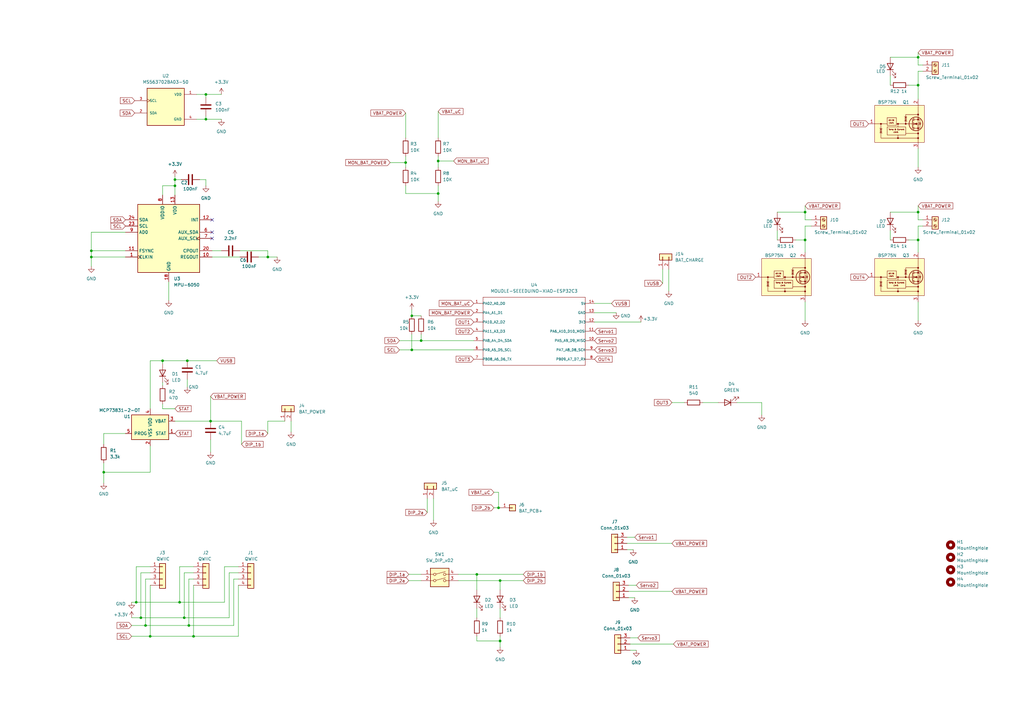
<source format=kicad_sch>
(kicad_sch (version 20211123) (generator eeschema)
  (paper "A3")
  (lib_symbols
    (symbol "Battery_Management:MCP73831-2-OT" (pin_names (offset 1.016))
      (property "Reference" "U" (at -7.62 6.35 0))
      (property "Value" "MCP73831-2-OT" (at 1.27 6.35 0))
      (symbol "MCP73831-2-OT_0_1"
        (rectangle (start -7.62 5.08) (end 7.62 -5.08) (stroke (width 0.254)) (fill (type background)))
      )
      (symbol "MCP73831-2-OT_1_1"
        (pin output line (at 10.16 -2.54 180) (length 2.54) (name "STAT") (number "1"))
        (pin power_in line (at 0 -7.62 90) (length 2.54) (name "VSS") (number "2"))
        (pin power_out line (at 10.16 2.54 180) (length 2.54) (name "VBAT") (number "3"))
        (pin power_in line (at 0 7.62 270) (length 2.54) (name "VDD") (number "4"))
        (pin input line (at -10.16 -2.54 0) (length 2.54) (name "PROG") (number "5"))
      )
    )
    (symbol "Connector:Screw_Terminal_01x02" (pin_names (offset 1.016) hide)
      (property "Reference" "J" (at 0 2.54 0))
      (property "Value" "Screw_Terminal_01x02" (at 0 -5.08 0))
      (symbol "Screw_Terminal_01x02_1_1"
        (rectangle (start -1.27 1.27) (end 1.27 -3.81) (stroke (width 0.254)) (fill (type background)))
        (circle (center 0 -2.54) (radius 0.635) (stroke (width 0.1524)))
        (polyline (pts (xy -0.5334 -2.2098) (xy 0.3302 -3.048)) (stroke (width 0.1524)))
        (polyline (pts (xy -0.5334 0.3302) (xy 0.3302 -0.508)) (stroke (width 0.1524)))
        (polyline (pts (xy -0.3556 -2.032) (xy 0.508 -2.8702)) (stroke (width 0.1524)))
        (polyline (pts (xy -0.3556 0.508) (xy 0.508 -0.3302)) (stroke (width 0.1524)))
        (circle (center 0 0) (radius 0.635) (stroke (width 0.1524)))
        (pin passive line (at -5.08 0 0) (length 3.81) (name "Pin_1") (number "1"))
        (pin passive line (at -5.08 -2.54 0) (length 3.81) (name "Pin_2") (number "2"))
      )
    )
    (symbol "Connector_Generic:Conn_01x01" (pin_names (offset 1.016) hide)
      (property "Reference" "J" (at 0 2.54 0))
      (property "Value" "Conn_01x01" (at 0 -2.54 0))
      (symbol "Conn_01x01_1_1"
        (rectangle (start -1.27 0.127) (end 0 -0.127) (stroke (width 0.1524)))
        (rectangle (start -1.27 1.27) (end 1.27 -1.27) (stroke (width 0.254)) (fill (type background)))
        (pin passive line (at -5.08 0 0) (length 3.81) (name "Pin_1") (number "1"))
      )
    )
    (symbol "Connector_Generic:Conn_01x02" (pin_names (offset 1.016) hide)
      (property "Reference" "J" (at 0 2.54 0))
      (property "Value" "Conn_01x02" (at 0 -5.08 0))
      (symbol "Conn_01x02_1_1"
        (rectangle (start -1.27 -2.413) (end 0 -2.667) (stroke (width 0.1524)))
        (rectangle (start -1.27 0.127) (end 0 -0.127) (stroke (width 0.1524)))
        (rectangle (start -1.27 1.27) (end 1.27 -3.81) (stroke (width 0.254)) (fill (type background)))
        (pin passive line (at -5.08 0 0) (length 3.81) (name "Pin_1") (number "1"))
        (pin passive line (at -5.08 -2.54 0) (length 3.81) (name "Pin_2") (number "2"))
      )
    )
    (symbol "Connector_Generic:Conn_01x03" (pin_names (offset 1.016) hide)
      (property "Reference" "J" (at 0 5.08 0))
      (property "Value" "Conn_01x03" (at 0 -5.08 0))
      (symbol "Conn_01x03_1_1"
        (rectangle (start -1.27 -2.413) (end 0 -2.667) (stroke (width 0.1524)))
        (rectangle (start -1.27 0.127) (end 0 -0.127) (stroke (width 0.1524)))
        (rectangle (start -1.27 2.667) (end 0 2.413) (stroke (width 0.1524)))
        (rectangle (start -1.27 3.81) (end 1.27 -3.81) (stroke (width 0.254)) (fill (type background)))
        (pin passive line (at -5.08 2.54 0) (length 3.81) (name "Pin_1") (number "1"))
        (pin passive line (at -5.08 0 0) (length 3.81) (name "Pin_2") (number "2"))
        (pin passive line (at -5.08 -2.54 0) (length 3.81) (name "Pin_3") (number "3"))
      )
    )
    (symbol "Connector_Generic:Conn_01x04" (pin_names (offset 1.016) hide)
      (property "Reference" "J" (at 0 5.08 0))
      (property "Value" "Conn_01x04" (at 0 -7.62 0))
      (symbol "Conn_01x04_1_1"
        (rectangle (start -1.27 -4.953) (end 0 -5.207) (stroke (width 0.1524)))
        (rectangle (start -1.27 -2.413) (end 0 -2.667) (stroke (width 0.1524)))
        (rectangle (start -1.27 0.127) (end 0 -0.127) (stroke (width 0.1524)))
        (rectangle (start -1.27 2.667) (end 0 2.413) (stroke (width 0.1524)))
        (rectangle (start -1.27 3.81) (end 1.27 -6.35) (stroke (width 0.254)) (fill (type background)))
        (pin passive line (at -5.08 2.54 0) (length 3.81) (name "Pin_1") (number "1"))
        (pin passive line (at -5.08 0 0) (length 3.81) (name "Pin_2") (number "2"))
        (pin passive line (at -5.08 -2.54 0) (length 3.81) (name "Pin_3") (number "3"))
        (pin passive line (at -5.08 -5.08 0) (length 3.81) (name "Pin_4") (number "4"))
      )
    )
    (symbol "Device:C" (pin_numbers hide) (pin_names (offset 0.254))
      (property "Reference" "C" (at 0.635 2.54 0))
      (property "Value" "C" (at 0.635 -2.54 0))
      (symbol "C_0_1"
        (polyline (pts (xy -2.032 -0.762) (xy 2.032 -0.762)) (stroke (width 0.508)))
        (polyline (pts (xy -2.032 0.762) (xy 2.032 0.762)) (stroke (width 0.508)))
      )
      (symbol "C_1_1"
        (pin passive line (at 0 3.81 270) (length 2.794) (name "~") (number "1"))
        (pin passive line (at 0 -3.81 90) (length 2.794) (name "~") (number "2"))
      )
    )
    (symbol "Device:LED" (pin_numbers hide) (pin_names (offset 1.016) hide)
      (property "Reference" "D" (at 0 2.54 0))
      (property "Value" "LED" (at 0 -2.54 0))
      (symbol "LED_0_1"
        (polyline (pts (xy -1.27 -1.27) (xy -1.27 1.27)) (stroke (width 0.254)))
        (polyline (pts (xy -1.27 0) (xy 1.27 0)))
        (polyline (pts (xy 1.27 -1.27) (xy 1.27 1.27) (xy -1.27 0) (xy 1.27 -1.27)) (stroke (width 0.254)))
        (polyline (pts (xy -3.048 -0.762) (xy -4.572 -2.286) (xy -3.81 -2.286) (xy -4.572 -2.286) (xy -4.572 -1.524)))
        (polyline (pts (xy -1.778 -0.762) (xy -3.302 -2.286) (xy -2.54 -2.286) (xy -3.302 -2.286) (xy -3.302 -1.524)))
      )
      (symbol "LED_1_1"
        (pin passive line (at -3.81 0 0) (length 2.54) (name "K") (number "1"))
        (pin passive line (at 3.81 0 180) (length 2.54) (name "A") (number "2"))
      )
    )
    (symbol "Device:R" (pin_numbers hide) (pin_names (offset 0))
      (property "Reference" "R" (at 2.032 0 90))
      (property "Value" "R" (at 0 0 90))
      (symbol "R_0_1"
        (rectangle (start -1.016 -2.54) (end 1.016 2.54) (stroke (width 0.254)))
      )
      (symbol "R_1_1"
        (pin passive line (at 0 3.81 270) (length 1.27) (name "~") (number "1"))
        (pin passive line (at 0 -3.81 90) (length 1.27) (name "~") (number "2"))
      )
    )
    (symbol "Driver_FET:BSP75N" (pin_names (offset 0) hide)
      (property "Reference" "Q" (at 5.08 8.89 0))
      (property "Value" "BSP75N" (at -10.16 8.89 0))
      (symbol "BSP75N_0_0"
        (rectangle (start -10.16 7.62) (end 10.16 -7.62) (fill (type background)))
        (polyline (pts (xy 7.62 2.54) (xy 7.62 -7.62)))
        (polyline (pts (xy 7.62 2.54) (xy 7.62 7.62)))
        (polyline (pts (xy -0.635 -1.27) (xy -0.635 -0.635) (xy -0.635 0)))
        (polyline (pts (xy 2.54 0) (xy 2.54 3.81) (xy 7.62 3.81)))
        (polyline (pts (xy 7.62 -5.842) (xy -0.635 -5.842) (xy -0.635 -4.572)))
        (polyline (pts (xy -0.635 -5.842) (xy -7.62 -5.842) (xy -7.62 0) (xy -5.08 0)))
        (text "Limit" (at -1.524 -3.429 0) (effects (font (size 0.5334 0.5334))))
        (text "Temp & Current" (at -1.27 -2.286 0) (effects (font (size 0.5334 0.5334))))
      )
      (symbol "BSP75N_0_1"
        (rectangle (start -5.08 -1.27) (end 2.54 -4.572))
        (polyline (pts (xy -7.62 0) (xy -10.16 0)))
        (polyline (pts (xy 7.62 -3.937) (xy 2.667 -3.937)))
      )
      (symbol "BSP75N_1_1"
        (circle (center -7.62 0) (radius 0.2794) (fill (type outline)))
        (rectangle (start -5.08 2.54) (end -1.27 -0.635))
        (circle (center -0.635 -5.842) (radius 0.2794) (fill (type outline)))
        (circle (center -0.635 0) (radius 0.2794) (fill (type outline)))
        (polyline (pts (xy 2.54 0) (xy -1.27 0)))
        (polyline (pts (xy 2.54 0) (xy 5.334 0)))
        (polyline (pts (xy 5.842 -1.778) (xy 7.62 -1.778)))
        (polyline (pts (xy 5.842 -1.27) (xy 5.842 -2.286)) (stroke (width 0.254)))
        (polyline (pts (xy 5.842 0) (xy 7.62 0)))
        (polyline (pts (xy 5.842 0.508) (xy 5.842 -0.508)) (stroke (width 0.254)))
        (polyline (pts (xy 5.842 1.778) (xy 7.62 1.778)))
        (polyline (pts (xy 5.842 2.286) (xy 5.842 1.27)) (stroke (width 0.254)))
        (polyline (pts (xy 7.62 -1.778) (xy 7.62 -2.54)))
        (polyline (pts (xy 7.62 -1.778) (xy 7.62 0)))
        (polyline (pts (xy 7.62 2.54) (xy 7.62 1.778)))
        (polyline (pts (xy 5.334 1.905) (xy 5.334 -1.905) (xy 5.334 -1.905)) (stroke (width 0.254)))
        (polyline (pts (xy -8.128 -1.778) (xy -8.001 -1.905) (xy -7.239 -1.905) (xy -7.112 -2.032)))
        (polyline (pts (xy -7.62 -3.683) (xy -7.239 -3.048) (xy -8.001 -3.048) (xy -7.62 -3.683)))
        (polyline (pts (xy -7.62 -1.905) (xy -8.001 -2.54) (xy -7.239 -2.54) (xy -7.62 -1.905)))
        (polyline (pts (xy -7.112 -3.81) (xy -7.239 -3.683) (xy -8.001 -3.683) (xy -8.128 -3.556)))
        (polyline (pts (xy 2.032 3.048) (xy 2.159 2.921) (xy 2.921 2.921) (xy 3.048 2.794)))
        (polyline (pts (xy 2.54 1.143) (xy 2.921 1.778) (xy 2.159 1.778) (xy 2.54 1.143)))
        (polyline (pts (xy 2.54 2.921) (xy 2.159 2.286) (xy 2.921 2.286) (xy 2.54 2.921)))
        (polyline (pts (xy 3.048 1.016) (xy 2.921 1.143) (xy 2.159 1.143) (xy 2.032 1.27)))
        (polyline (pts (xy 6.096 0) (xy 7.112 0.381) (xy 7.112 -0.381) (xy 6.096 0)) (fill (type outline)))
        (polyline (pts (xy 7.62 -1.778) (xy 8.382 -1.778) (xy 8.382 1.778) (xy 7.62 1.778)))
        (polyline (pts (xy 7.874 0.508) (xy 8.001 0.381) (xy 8.763 0.381) (xy 8.89 0.254)))
        (polyline (pts (xy 8.382 0.381) (xy 8.001 -0.254) (xy 8.763 -0.254) (xy 8.382 0.381)))
        (circle (center 2.54 0) (radius 0.2794) (fill (type outline)))
        (circle (center 6.731 0) (radius 2.8194) (stroke (width 0.254)))
        (circle (center 7.62 -5.842) (radius 0.2794) (fill (type outline)))
        (circle (center 7.62 -3.937) (radius 0.2794) (fill (type outline)))
        (circle (center 7.62 -1.778) (radius 0.2794) (fill (type outline)))
        (circle (center 7.62 1.778) (radius 0.2794) (fill (type outline)))
        (circle (center 7.62 3.81) (radius 0.2794) (fill (type outline)))
        (text "dV/dt" (at -3.302 1.524 0) (effects (font (size 0.5334 0.5334))))
        (text "Limit" (at -3.429 0.381 0) (effects (font (size 0.5334 0.5334))))
        (pin input line (at -12.7 0 0) (length 2.54) (name "G") (number "1"))
        (pin passive line (at 7.62 10.16 270) (length 2.54) (name "D") (number "2"))
        (pin passive line (at 7.62 -10.16 90) (length 2.54) (name "S") (number "3"))
        (pin passive line (at 7.62 -10.16 90) (length 2.54) hide (name "S") (number "4"))
      )
    )
    (symbol "MS5037:MS563702BA03-50" (pin_names (offset 1.016))
      (property "Reference" "U" (at -7.6266 8.6435 0))
      (property "Value" "MS563702BA03-50" (at -7.6222 -10.163 0))
      (symbol "MS563702BA03-50_0_0"
        (rectangle (start -7.62 -7.62) (end 7.62 7.62) (stroke (width 0.254)) (fill (type background)))
        (pin power_in line (at 12.7 5.08 180) (length 5.08) (name "VDD") (number "1"))
        (pin bidirectional line (at -12.7 -2.54 0) (length 5.08) (name "SDA") (number "2"))
        (pin input clock (at -12.7 2.54 0) (length 5.08) (name "SCL") (number "3"))
        (pin power_in line (at 12.7 -5.08 180) (length 5.08) (name "GND") (number "4"))
      )
    )
    (symbol "Mechanical:MountingHole" (pin_names (offset 1.016))
      (property "Reference" "H" (at 0 5.08 0))
      (property "Value" "MountingHole" (at 0 3.175 0))
      (symbol "MountingHole_0_1"
        (circle (center 0 0) (radius 1.27) (stroke (width 1.27)))
      )
    )
    (symbol "Project:MOUDLE-SEEEDUINO-XIAO-ESP32C3" (pin_names (offset 1.016))
      (property "Reference" "U" (at -21.59 15.24 0))
      (property "Value" "MOUDLE-SEEEDUINO-XIAO-ESP32C3" (at -21.59 13.97 0))
      (symbol "MOUDLE-SEEEDUINO-XIAO-ESP32C3_0_0"
        (polyline (pts (xy -21.59 -13.97) (xy -21.59 0)) (stroke (width 0.1524)))
        (polyline (pts (xy -21.59 -11.43) (xy -22.86 -11.43)) (stroke (width 0.1524)))
        (polyline (pts (xy -21.59 -7.62) (xy -22.86 -7.62)) (stroke (width 0.1524)))
        (polyline (pts (xy -21.59 -3.81) (xy -22.86 -3.81)) (stroke (width 0.1524)))
        (polyline (pts (xy -21.59 0) (xy -22.86 0)) (stroke (width 0.1524)))
        (polyline (pts (xy -21.59 0) (xy -21.59 3.81)) (stroke (width 0.1524)))
        (polyline (pts (xy -21.59 3.81) (xy -22.86 3.81)) (stroke (width 0.1524)))
        (polyline (pts (xy -21.59 3.81) (xy -21.59 7.62)) (stroke (width 0.1524)))
        (polyline (pts (xy -21.59 7.62) (xy -22.86 7.62)) (stroke (width 0.1524)))
        (polyline (pts (xy -21.59 7.62) (xy -21.59 11.43)) (stroke (width 0.1524)))
        (polyline (pts (xy -21.59 11.43) (xy -22.86 11.43)) (stroke (width 0.1524)))
        (polyline (pts (xy -21.59 11.43) (xy -21.59 13.97)) (stroke (width 0.1524)))
        (polyline (pts (xy -21.59 13.97) (xy 20.32 13.97)) (stroke (width 0.1524)))
        (polyline (pts (xy 20.32 -13.97) (xy -21.59 -13.97)) (stroke (width 0.1524)))
        (polyline (pts (xy 20.32 3.81) (xy 20.32 -13.97)) (stroke (width 0.1524)))
        (polyline (pts (xy 20.32 7.62) (xy 20.32 3.81)) (stroke (width 0.1524)))
        (polyline (pts (xy 20.32 11.43) (xy 20.32 7.62)) (stroke (width 0.1524)))
        (polyline (pts (xy 20.32 13.97) (xy 20.32 11.43)) (stroke (width 0.1524)))
        (polyline (pts (xy 21.59 -11.43) (xy 20.32 -11.43)) (stroke (width 0.1524)))
        (polyline (pts (xy 21.59 -7.62) (xy 20.32 -7.62)) (stroke (width 0.1524)))
        (polyline (pts (xy 21.59 -3.81) (xy 20.32 -3.81)) (stroke (width 0.1524)))
        (polyline (pts (xy 21.59 0) (xy 20.32 0)) (stroke (width 0.1524)))
        (polyline (pts (xy 21.59 3.81) (xy 20.32 3.81)) (stroke (width 0.1524)))
        (polyline (pts (xy 21.59 7.62) (xy 20.32 7.62)) (stroke (width 0.1524)))
        (polyline (pts (xy 21.59 11.43) (xy 20.32 11.43)) (stroke (width 0.1524)))
        (pin bidirectional line (at -25.4 11.43 0) (length 2.54) (name "PA02_A0_D0") (number "1"))
        (pin bidirectional line (at 24.13 -3.81 180) (length 2.54) (name "PA5_A9_D9_MISO") (number "10"))
        (pin bidirectional line (at 24.13 0 180) (length 2.54) (name "PA6_A10_D10_MOSI") (number "11"))
        (pin bidirectional line (at 24.13 3.81 180) (length 2.54) (name "3V3") (number "12"))
        (pin bidirectional line (at 24.13 7.62 180) (length 2.54) (name "GND") (number "13"))
        (pin bidirectional line (at 24.13 11.43 180) (length 2.54) (name "5V") (number "14"))
        (pin bidirectional line (at -25.4 7.62 0) (length 2.54) (name "PA4_A1_D1") (number "2"))
        (pin bidirectional line (at -25.4 3.81 0) (length 2.54) (name "PA10_A2_D2") (number "3"))
        (pin bidirectional line (at -25.4 0 0) (length 2.54) (name "PA11_A3_D3") (number "4"))
        (pin bidirectional line (at -25.4 -3.81 0) (length 2.54) (name "PA8_A4_D4_SDA") (number "5"))
        (pin bidirectional line (at -25.4 -7.62 0) (length 2.54) (name "PA9_A5_D5_SCL") (number "6"))
        (pin bidirectional line (at -25.4 -11.43 0) (length 2.54) (name "PB08_A6_D6_TX") (number "7"))
        (pin bidirectional line (at 24.13 -11.43 180) (length 2.54) (name "PB09_A7_D7_RX") (number "8"))
        (pin bidirectional line (at 24.13 -7.62 180) (length 2.54) (name "PA7_A8_D8_SCK") (number "9"))
      )
    )
    (symbol "Sensor_Motion:MPU-6050"
      (property "Reference" "U" (at -11.43 13.97 0))
      (property "Value" "MPU-6050" (at 7.62 -15.24 0))
      (symbol "MPU-6050_0_0"
        (text "" (at 12.7 -2.54 0) (effects (font (size 1.27 1.27))))
      )
      (symbol "MPU-6050_0_1"
        (rectangle (start -12.7 13.97) (end 12.7 -13.97) (stroke (width 0.254)) (fill (type background)))
      )
      (symbol "MPU-6050_1_1"
        (pin input clock (at -17.78 -7.62 0) (length 5.08) (name "CLKIN") (number "1"))
        (pin passive line (at 17.78 -7.62 180) (length 5.08) (name "REGOUT") (number "10"))
        (pin input line (at -17.78 -5.08 0) (length 5.08) (name "FSYNC") (number "11"))
        (pin output line (at 17.78 7.62 180) (length 5.08) (name "INT") (number "12"))
        (pin power_in line (at 2.54 17.78 270) (length 3.81) (name "VDD") (number "13"))
        (pin no_connect line (at -12.7 -10.16 0) (length 2.54) hide (name "NC") (number "14"))
        (pin no_connect line (at 12.7 12.7 180) (length 2.54) hide (name "NC") (number "15"))
        (pin no_connect line (at 12.7 10.16 180) (length 2.54) hide (name "NC") (number "16"))
        (pin no_connect line (at 12.7 5.08 180) (length 2.54) hide (name "NC") (number "17"))
        (pin power_in line (at 0 -17.78 90) (length 3.81) (name "GND") (number "18"))
        (pin no_connect line (at 12.7 -10.16 180) (length 2.54) hide (name "NC") (number "19"))
        (pin no_connect line (at -12.7 12.7 0) (length 2.54) hide (name "NC") (number "2"))
        (pin passive line (at 17.78 -5.08 180) (length 5.08) (name "CPOUT") (number "20"))
        (pin no_connect line (at 12.7 -2.54 180) (length 2.54) hide (name "NC") (number "21"))
        (pin no_connect line (at 12.7 -12.7 180) (length 2.54) hide (name "NC") (number "22"))
        (pin input line (at -17.78 5.08 0) (length 5.08) (name "SCL") (number "23"))
        (pin bidirectional line (at -17.78 7.62 0) (length 5.08) (name "SDA") (number "24"))
        (pin no_connect line (at -12.7 10.16 0) (length 2.54) hide (name "NC") (number "3"))
        (pin no_connect line (at -12.7 0 0) (length 2.54) hide (name "NC") (number "4"))
        (pin no_connect line (at -12.7 -2.54 0) (length 2.54) hide (name "NC") (number "5"))
        (pin bidirectional line (at 17.78 2.54 180) (length 5.08) (name "AUX_SDA") (number "6"))
        (pin output clock (at 17.78 0 180) (length 5.08) (name "AUX_SCL") (number "7"))
        (pin power_in line (at -2.54 17.78 270) (length 3.81) (name "VDDIO") (number "8"))
        (pin input line (at -17.78 2.54 0) (length 5.08) (name "AD0") (number "9"))
      )
    )
    (symbol "Switch:SW_DIP_x02" (pin_names (offset 0) hide)
      (property "Reference" "SW" (at 0 6.35 0))
      (property "Value" "SW_DIP_x02" (at 0 -3.81 0))
      (symbol "SW_DIP_x02_0_0"
        (circle (center -2.032 0) (radius 0.508))
        (circle (center -2.032 2.54) (radius 0.508))
        (polyline (pts (xy -1.524 0.127) (xy 2.3622 1.1684)))
        (polyline (pts (xy -1.524 2.667) (xy 2.3622 3.7084)))
        (circle (center 2.032 0) (radius 0.508))
        (circle (center 2.032 2.54) (radius 0.508))
      )
      (symbol "SW_DIP_x02_0_1"
        (rectangle (start -3.81 5.08) (end 3.81 -2.54) (stroke (width 0.254)) (fill (type background)))
      )
      (symbol "SW_DIP_x02_1_1"
        (pin passive line (at -7.62 2.54 0) (length 5.08) (name "~") (number "1"))
        (pin passive line (at -7.62 0 0) (length 5.08) (name "~") (number "2"))
        (pin passive line (at 7.62 0 180) (length 5.08) (name "~") (number "3"))
        (pin passive line (at 7.62 2.54 180) (length 5.08) (name "~") (number "4"))
      )
    )
    (symbol "power:+3.3V" (power) (pin_names (offset 0))
      (property "Value" "+3.3V" (at 0 3.556 0))
      (symbol "+3.3V_0_1"
        (polyline (pts (xy -0.762 1.27) (xy 0 2.54)))
        (polyline (pts (xy 0 0) (xy 0 2.54)))
        (polyline (pts (xy 0 2.54) (xy 0.762 1.27)))
      )
      (symbol "+3.3V_1_1"
        (pin power_in line (at 0 0 90) (length 0) hide (name "+3.3V") (number "1"))
      )
    )
    (symbol "power:GND" (power) (pin_names (offset 0))
      (property "Value" "GND" (at 0 -3.81 0))
      (symbol "GND_0_1"
        (polyline (pts (xy 0 0) (xy 0 -1.27) (xy 1.27 -1.27) (xy 0 -2.54) (xy -1.27 -1.27) (xy 0 -1.27)))
      )
      (symbol "GND_1_1"
        (pin power_in line (at 0 0 270) (length 0) hide (name "GND") (number "1"))
      )
    )
  )
  (junction (at 168.91 143.51))
  (junction (at 168.91 129.54))
  (junction (at 77.47 256.54))
  (junction (at 376.555 86.995))
  (junction (at 75.565 253.365))
  (junction (at 179.705 66.04))
  (junction (at 195.58 235.585))
  (junction (at 42.545 193.675))
  (junction (at 57.785 253.365))
  (junction (at 330.2 86.995))
  (junction (at 84.455 38.735))
  (junction (at 204.47 208.28))
  (junction (at 172.72 139.7))
  (junction (at 55.88 247.015))
  (junction (at 37.465 105.41))
  (junction (at 73.66 247.015))
  (junction (at 166.37 66.675))
  (junction (at 84.455 48.895))
  (junction (at 376.555 23.495))
  (junction (at 179.705 79.375))
  (junction (at 376.555 34.925))
  (junction (at 205.105 262.89))
  (junction (at 205.105 238.125))
  (junction (at 109.855 105.41))
  (junction (at 59.69 256.54))
  (junction (at 71.755 73.66))
  (junction (at 376.555 98.425))
  (junction (at 71.755 76.2))
  (junction (at 37.465 102.87))
  (junction (at 66.675 147.955))
  (junction (at 61.595 260.985))
  (junction (at 330.2 98.425))
  (junction (at 79.375 260.985))
  (junction (at 76.835 147.955))
  (junction (at 86.36 172.72))
  (no_connect (at 86.995 97.79))
  (no_connect (at 86.995 95.25))
  (no_connect (at 86.995 90.17))
  (wire (pts (xy 166.37 66.675) (xy 166.37 68.58)))
  (wire (pts (xy 53.975 253.365) (xy 57.785 253.365)))
  (wire (pts (xy 376.555 34.925) (xy 376.555 40.64)))
  (wire (pts (xy 76.835 147.955) (xy 88.9 147.955)))
  (wire (pts (xy 75.565 253.365) (xy 93.98 253.365)))
  (wire (pts (xy 365.125 86.995) (xy 376.555 86.995)))
  (wire (pts (xy 42.545 193.675) (xy 42.545 198.12)))
  (wire (pts (xy 195.58 235.585) (xy 214.63 235.585)))
  (wire (pts (xy 37.465 102.87) (xy 51.435 102.87)))
  (wire (pts (xy 73.66 232.41) (xy 79.375 232.41)))
  (wire (pts (xy 42.545 189.865) (xy 42.545 193.675)))
  (wire (pts (xy 84.455 73.66) (xy 84.455 76.2)))
  (wire (pts (xy 257.81 245.11) (xy 260.35 245.11)))
  (wire (pts (xy 330.2 86.995) (xy 330.2 90.17)))
  (wire (pts (xy 275.59 165.1) (xy 280.67 165.1)))
  (wire (pts (xy 53.975 260.985) (xy 61.595 260.985)))
  (wire (pts (xy 376.555 90.17) (xy 378.46 90.17)))
  (wire (pts (xy 66.675 167.64) (xy 66.675 165.735)))
  (wire (pts (xy 109.855 105.41) (xy 113.665 105.41)))
  (wire (pts (xy 365.125 23.495) (xy 376.555 23.495)))
  (wire (pts (xy 205.105 262.89) (xy 195.58 262.89)))
  (wire (pts (xy 86.36 162.56) (xy 86.36 172.72)))
  (wire (pts (xy 195.58 249.555) (xy 195.58 253.365)))
  (wire (pts (xy 376.555 98.425) (xy 376.555 103.505)))
  (wire (pts (xy 204.47 208.28) (xy 205.105 208.28)))
  (wire (pts (xy 37.465 105.41) (xy 51.435 105.41)))
  (wire (pts (xy 257.175 220.345) (xy 260.35 220.345)))
  (wire (pts (xy 61.595 182.88) (xy 61.595 193.675)))
  (wire (pts (xy 77.47 256.54) (xy 95.885 256.54)))
  (wire (pts (xy 175.26 204.47) (xy 175.26 210.185)))
  (wire (pts (xy 330.2 98.425) (xy 330.2 92.71)))
  (wire (pts (xy 55.88 247.015) (xy 73.66 247.015)))
  (wire (pts (xy 75.565 234.95) (xy 75.565 253.365)))
  (wire (pts (xy 37.465 105.41) (xy 37.465 109.22)))
  (wire (pts (xy 202.565 208.28) (xy 204.47 208.28)))
  (wire (pts (xy 330.2 92.71) (xy 332.74 92.71)))
  (wire (pts (xy 77.47 237.49) (xy 77.47 256.54)))
  (wire (pts (xy 71.755 72.39) (xy 71.755 73.66)))
  (wire (pts (xy 187.96 238.125) (xy 205.105 238.125)))
  (wire (pts (xy 318.77 94.615) (xy 318.77 98.425)))
  (wire (pts (xy 80.645 48.895) (xy 84.455 48.895)))
  (wire (pts (xy 53.975 256.54) (xy 59.69 256.54)))
  (wire (pts (xy 205.105 262.89) (xy 205.105 265.43)))
  (wire (pts (xy 160.02 66.675) (xy 166.37 66.675)))
  (wire (pts (xy 93.98 234.95) (xy 93.98 253.365)))
  (wire (pts (xy 288.29 165.1) (xy 294.64 165.1)))
  (wire (pts (xy 376.555 86.995) (xy 376.555 90.17)))
  (wire (pts (xy 109.855 172.72) (xy 116.84 172.72)))
  (wire (pts (xy 59.69 256.54) (xy 77.47 256.54)))
  (wire (pts (xy 372.745 34.925) (xy 376.555 34.925)))
  (wire (pts (xy 365.125 94.615) (xy 365.125 98.425)))
  (wire (pts (xy 243.84 132.08) (xy 262.89 132.08)))
  (wire (pts (xy 179.705 64.135) (xy 179.705 66.04)))
  (wire (pts (xy 51.435 177.8) (xy 42.545 177.8)))
  (wire (pts (xy 55.88 232.41) (xy 55.88 247.015)))
  (wire (pts (xy 92.075 232.41) (xy 92.075 247.015)))
  (wire (pts (xy 119.38 172.72) (xy 119.38 177.165)))
  (wire (pts (xy 86.995 105.41) (xy 98.425 105.41)))
  (wire (pts (xy 257.175 225.425) (xy 259.715 225.425)))
  (wire (pts (xy 92.075 232.41) (xy 97.79 232.41)))
  (wire (pts (xy 59.69 237.49) (xy 59.69 256.54)))
  (wire (pts (xy 97.79 234.95) (xy 93.98 234.95)))
  (wire (pts (xy 376.555 26.67) (xy 378.46 26.67)))
  (wire (pts (xy 97.79 240.03) (xy 97.79 260.985)))
  (wire (pts (xy 168.91 127) (xy 168.91 129.54)))
  (wire (pts (xy 376.555 23.495) (xy 376.555 26.67)))
  (wire (pts (xy 71.755 167.64) (xy 66.675 167.64)))
  (wire (pts (xy 95.885 237.49) (xy 95.885 256.54)))
  (wire (pts (xy 79.375 234.95) (xy 75.565 234.95)))
  (wire (pts (xy 66.675 76.2) (xy 71.755 76.2)))
  (wire (pts (xy 66.675 147.955) (xy 66.675 149.225)))
  (wire (pts (xy 42.545 177.8) (xy 42.545 182.245)))
  (wire (pts (xy 61.595 240.03) (xy 61.595 260.985)))
  (wire (pts (xy 195.58 262.89) (xy 195.58 260.985)))
  (wire (pts (xy 81.915 73.66) (xy 84.455 73.66)))
  (wire (pts (xy 109.855 172.72) (xy 109.855 177.8)))
  (wire (pts (xy 71.755 76.2) (xy 71.755 80.01)))
  (wire (pts (xy 84.455 38.735) (xy 84.455 40.005)))
  (wire (pts (xy 163.83 143.51) (xy 168.91 143.51)))
  (wire (pts (xy 163.83 139.7) (xy 172.72 139.7)))
  (wire (pts (xy 73.66 247.015) (xy 92.075 247.015)))
  (wire (pts (xy 330.2 90.17) (xy 332.74 90.17)))
  (wire (pts (xy 326.39 98.425) (xy 330.2 98.425)))
  (wire (pts (xy 80.645 38.735) (xy 84.455 38.735)))
  (wire (pts (xy 37.465 102.87) (xy 37.465 105.41)))
  (wire (pts (xy 37.465 95.25) (xy 37.465 102.87)))
  (wire (pts (xy 86.995 102.87) (xy 90.805 102.87)))
  (wire (pts (xy 187.96 235.585) (xy 195.58 235.585)))
  (wire (pts (xy 195.58 235.585) (xy 195.58 241.935)))
  (wire (pts (xy 167.64 235.585) (xy 172.72 235.585)))
  (wire (pts (xy 179.705 66.04) (xy 186.055 66.04)))
  (wire (pts (xy 365.125 31.115) (xy 365.125 34.925)))
  (wire (pts (xy 376.555 29.21) (xy 378.46 29.21)))
  (wire (pts (xy 274.32 110.49) (xy 274.32 119.38)))
  (wire (pts (xy 66.675 156.845) (xy 66.675 158.115)))
  (wire (pts (xy 84.455 48.895) (xy 90.805 48.895)))
  (wire (pts (xy 76.835 155.575) (xy 76.835 158.75)))
  (wire (pts (xy 168.91 129.54) (xy 172.72 129.54)))
  (wire (pts (xy 172.72 137.16) (xy 172.72 139.7)))
  (wire (pts (xy 179.705 76.2) (xy 179.705 79.375)))
  (wire (pts (xy 168.91 137.16) (xy 168.91 143.51)))
  (wire (pts (xy 66.675 147.955) (xy 61.595 147.955)))
  (wire (pts (xy 258.445 264.16) (xy 276.225 264.16)))
  (wire (pts (xy 257.175 222.885) (xy 275.59 222.885)))
  (wire (pts (xy 61.595 260.985) (xy 79.375 260.985)))
  (wire (pts (xy 243.84 124.46) (xy 250.825 124.46)))
  (wire (pts (xy 71.755 172.72) (xy 86.36 172.72)))
  (wire (pts (xy 204.47 201.93) (xy 204.47 208.28)))
  (wire (pts (xy 71.755 73.66) (xy 74.295 73.66)))
  (wire (pts (xy 205.105 249.555) (xy 205.105 253.365)))
  (wire (pts (xy 376.555 60.96) (xy 376.555 68.58)))
  (wire (pts (xy 167.64 238.125) (xy 172.72 238.125)))
  (wire (pts (xy 86.36 180.34) (xy 86.36 185.42)))
  (wire (pts (xy 61.595 147.955) (xy 61.595 167.64)))
  (wire (pts (xy 79.375 237.49) (xy 77.47 237.49)))
  (wire (pts (xy 376.555 21.59) (xy 376.555 23.495)))
  (wire (pts (xy 302.26 165.1) (xy 312.42 165.1)))
  (wire (pts (xy 61.595 193.675) (xy 42.545 193.675)))
  (wire (pts (xy 109.855 102.87) (xy 109.855 105.41)))
  (wire (pts (xy 53.975 247.015) (xy 55.88 247.015)))
  (wire (pts (xy 166.37 76.2) (xy 166.37 79.375)))
  (wire (pts (xy 37.465 95.25) (xy 51.435 95.25)))
  (wire (pts (xy 57.785 253.365) (xy 75.565 253.365)))
  (wire (pts (xy 179.705 45.72) (xy 179.705 56.515)))
  (wire (pts (xy 376.555 98.425) (xy 376.555 92.71)))
  (wire (pts (xy 84.455 47.625) (xy 84.455 48.895)))
  (wire (pts (xy 376.555 123.825) (xy 376.555 131.445)))
  (wire (pts (xy 66.675 147.955) (xy 76.835 147.955)))
  (wire (pts (xy 243.84 128.27) (xy 252.73 128.27)))
  (wire (pts (xy 179.705 66.04) (xy 179.705 68.58)))
  (wire (pts (xy 205.105 238.125) (xy 205.105 241.935)))
  (wire (pts (xy 330.2 84.455) (xy 330.2 86.995)))
  (wire (pts (xy 330.2 123.825) (xy 330.2 131.445)))
  (wire (pts (xy 166.37 46.355) (xy 166.37 56.515)))
  (wire (pts (xy 61.595 234.95) (xy 57.785 234.95)))
  (wire (pts (xy 66.675 80.01) (xy 66.675 76.2)))
  (wire (pts (xy 168.91 143.51) (xy 194.31 143.51)))
  (wire (pts (xy 271.78 110.49) (xy 271.78 116.205)))
  (wire (pts (xy 177.8 204.47) (xy 177.8 213.36)))
  (wire (pts (xy 61.595 237.49) (xy 59.69 237.49)))
  (wire (pts (xy 318.77 86.995) (xy 330.2 86.995)))
  (wire (pts (xy 71.755 73.66) (xy 71.755 76.2)))
  (wire (pts (xy 202.565 201.93) (xy 204.47 201.93)))
  (wire (pts (xy 258.445 261.62) (xy 261.62 261.62)))
  (wire (pts (xy 312.42 165.1) (xy 312.42 170.18)))
  (wire (pts (xy 376.555 34.925) (xy 376.555 29.21)))
  (wire (pts (xy 69.215 115.57) (xy 69.215 123.19)))
  (wire (pts (xy 98.425 102.87) (xy 109.855 102.87)))
  (wire (pts (xy 73.66 232.41) (xy 73.66 247.015)))
  (wire (pts (xy 166.37 79.375) (xy 179.705 79.375)))
  (wire (pts (xy 257.81 240.03) (xy 260.985 240.03)))
  (wire (pts (xy 166.37 64.135) (xy 166.37 66.675)))
  (wire (pts (xy 257.81 242.57) (xy 275.59 242.57)))
  (wire (pts (xy 205.105 238.125) (xy 214.63 238.125)))
  (wire (pts (xy 172.72 139.7) (xy 194.31 139.7)))
  (wire (pts (xy 205.105 260.985) (xy 205.105 262.89)))
  (wire (pts (xy 179.705 79.375) (xy 179.705 82.55)))
  (wire (pts (xy 376.555 92.71) (xy 378.46 92.71)))
  (wire (pts (xy 57.785 234.95) (xy 57.785 253.365)))
  (wire (pts (xy 55.88 232.41) (xy 61.595 232.41)))
  (wire (pts (xy 330.2 98.425) (xy 330.2 103.505)))
  (wire (pts (xy 99.06 172.72) (xy 99.06 182.245)))
  (wire (pts (xy 84.455 38.735) (xy 90.805 38.735)))
  (wire (pts (xy 86.36 172.72) (xy 99.06 172.72)))
  (wire (pts (xy 79.375 240.03) (xy 79.375 260.985)))
  (wire (pts (xy 97.79 237.49) (xy 95.885 237.49)))
  (wire (pts (xy 258.445 266.7) (xy 260.985 266.7)))
  (wire (pts (xy 79.375 260.985) (xy 97.79 260.985)))
  (wire (pts (xy 106.045 105.41) (xy 109.855 105.41)))
  (wire (pts (xy 372.745 98.425) (xy 376.555 98.425)))
  (wire (pts (xy 376.555 84.455) (xy 376.555 86.995)))
  (global_label "Servo3" (shape input) (at 243.84 143.51 0) (property "Intersheet References" "${INTERSHEET_REFS}" (effects hide)))
  (global_label "SDA" (shape input) (at 53.975 256.54 180) (property "Intersheet References" "${INTERSHEET_REFS}" (effects hide)))
  (global_label "OUT3" (shape input) (at 194.31 147.32 180) (property "Intersheet References" "${INTERSHEET_REFS}" (effects hide)))
  (global_label "OUT3" (shape input) (at 275.59 165.1 180) (property "Intersheet References" "${INTERSHEET_REFS}" (effects hide)))
  (global_label "VBAT_POWER" (shape input) (at 166.37 46.355 180) (property "Intersheet References" "${INTERSHEET_REFS}" (effects hide)))
  (global_label "VBAT_POWER" (shape input) (at 376.555 84.455 0) (property "Intersheet References" "${INTERSHEET_REFS}" (effects hide)))
  (global_label "SDA" (shape input) (at 55.245 46.355 180) (property "Intersheet References" "${INTERSHEET_REFS}" (effects hide)))
  (global_label "OUT2" (shape input) (at 309.88 113.665 180) (property "Intersheet References" "${INTERSHEET_REFS}" (effects hide)))
  (global_label "DIP_2a" (shape input) (at 175.26 210.185 180) (property "Intersheet References" "${INTERSHEET_REFS}" (effects hide)))
  (global_label "SCL" (shape input) (at 51.435 92.71 180) (property "Intersheet References" "${INTERSHEET_REFS}" (effects hide)))
  (global_label "VUSB" (shape input) (at 271.78 116.205 180) (property "Intersheet References" "${INTERSHEET_REFS}" (effects hide)))
  (global_label "VBAT_POWER" (shape input) (at 275.59 242.57 0) (property "Intersheet References" "${INTERSHEET_REFS}" (effects hide)))
  (global_label "Servo2" (shape input) (at 243.84 139.7 0) (property "Intersheet References" "${INTERSHEET_REFS}" (effects hide)))
  (global_label "VUSB" (shape input) (at 250.825 124.46 0) (property "Intersheet References" "${INTERSHEET_REFS}" (effects hide)))
  (global_label "DIP_2b" (shape input) (at 214.63 238.125 0) (property "Intersheet References" "${INTERSHEET_REFS}" (effects hide)))
  (global_label "DIP_1b" (shape input) (at 214.63 235.585 0) (property "Intersheet References" "${INTERSHEET_REFS}" (effects hide)))
  (global_label "Servo1" (shape input) (at 243.84 135.89 0) (property "Intersheet References" "${INTERSHEET_REFS}" (effects hide)))
  (global_label "VBAT_POWER" (shape input) (at 86.36 162.56 0) (property "Intersheet References" "${INTERSHEET_REFS}" (effects hide)))
  (global_label "SDA" (shape input) (at 163.83 139.7 180) (property "Intersheet References" "${INTERSHEET_REFS}" (effects hide)))
  (global_label "OUT2" (shape input) (at 194.31 135.89 180) (property "Intersheet References" "${INTERSHEET_REFS}" (effects hide)))
  (global_label "OUT1" (shape input) (at 194.31 132.08 180) (property "Intersheet References" "${INTERSHEET_REFS}" (effects hide)))
  (global_label "OUT1" (shape input) (at 356.235 50.8 180) (property "Intersheet References" "${INTERSHEET_REFS}" (effects hide)))
  (global_label "MON_BAT_uC" (shape input) (at 186.055 66.04 0) (property "Intersheet References" "${INTERSHEET_REFS}" (effects hide)))
  (global_label "SCL" (shape input) (at 163.83 143.51 180) (property "Intersheet References" "${INTERSHEET_REFS}" (effects hide)))
  (global_label "STAT" (shape input) (at 71.755 177.8 0) (property "Intersheet References" "${INTERSHEET_REFS}" (effects hide)))
  (global_label "MON_BAT_POWER" (shape input) (at 160.02 66.675 180) (property "Intersheet References" "${INTERSHEET_REFS}" (effects hide)))
  (global_label "OUT4" (shape input) (at 356.235 113.665 180) (property "Intersheet References" "${INTERSHEET_REFS}" (effects hide)))
  (global_label "STAT" (shape input) (at 71.755 167.64 0) (property "Intersheet References" "${INTERSHEET_REFS}" (effects hide)))
  (global_label "DIP_1b" (shape input) (at 99.06 182.245 0) (property "Intersheet References" "${INTERSHEET_REFS}" (effects hide)))
  (global_label "MON_BAT_uC" (shape input) (at 194.31 124.46 180) (property "Intersheet References" "${INTERSHEET_REFS}" (effects hide)))
  (global_label "Servo3" (shape input) (at 261.62 261.62 0) (property "Intersheet References" "${INTERSHEET_REFS}" (effects hide)))
  (global_label "DIP_1a" (shape input) (at 109.855 177.8 180) (property "Intersheet References" "${INTERSHEET_REFS}" (effects hide)))
  (global_label "VBAT_POWER" (shape input) (at 376.555 21.59 0) (property "Intersheet References" "${INTERSHEET_REFS}" (effects hide)))
  (global_label "VBAT_POWER" (shape input) (at 275.59 222.885 0) (property "Intersheet References" "${INTERSHEET_REFS}" (effects hide)))
  (global_label "DIP_1a" (shape input) (at 167.64 235.585 180) (property "Intersheet References" "${INTERSHEET_REFS}" (effects hide)))
  (global_label "SDA" (shape input) (at 51.435 90.17 180) (property "Intersheet References" "${INTERSHEET_REFS}" (effects hide)))
  (global_label "VBAT_POWER" (shape input) (at 330.2 84.455 0) (property "Intersheet References" "${INTERSHEET_REFS}" (effects hide)))
  (global_label "Servo2" (shape input) (at 260.985 240.03 0) (property "Intersheet References" "${INTERSHEET_REFS}" (effects hide)))
  (global_label "SCL" (shape input) (at 55.245 41.275 180) (property "Intersheet References" "${INTERSHEET_REFS}" (effects hide)))
  (global_label "OUT4" (shape input) (at 243.84 147.32 0) (property "Intersheet References" "${INTERSHEET_REFS}" (effects hide)))
  (global_label "VBAT_POWER" (shape input) (at 276.225 264.16 0) (property "Intersheet References" "${INTERSHEET_REFS}" (effects hide)))
  (global_label "Servo1" (shape input) (at 260.35 220.345 0) (property "Intersheet References" "${INTERSHEET_REFS}" (effects hide)))
  (global_label "DIP_2b" (shape input) (at 202.565 208.28 180) (property "Intersheet References" "${INTERSHEET_REFS}" (effects hide)))
  (global_label "VBAT_uC" (shape input) (at 202.565 201.93 180) (property "Intersheet References" "${INTERSHEET_REFS}" (effects hide)))
  (global_label "MON_BAT_POWER" (shape input) (at 194.31 128.27 180) (property "Intersheet References" "${INTERSHEET_REFS}" (effects hide)))
  (global_label "VUSB" (shape input) (at 88.9 147.955 0) (property "Intersheet References" "${INTERSHEET_REFS}" (effects hide)))
  (global_label "VBAT_uC" (shape input) (at 179.705 45.72 0) (property "Intersheet References" "${INTERSHEET_REFS}" (effects hide)))
  (global_label "SCL" (shape input) (at 53.975 260.985 180) (property "Intersheet References" "${INTERSHEET_REFS}" (effects hide)))
  (global_label "DIP_2a" (shape input) (at 167.64 238.125 180) (property "Intersheet References" "${INTERSHEET_REFS}" (effects hide)))
  (symbol (lib_id "Connector_Generic:Conn_01x02") (at 271.78 105.41 90) (unit 1)
    (property "Reference" "J14" (at 276.86 104.1399 90) (effects (justify right)))
    (property "Value" "BAT_CHARGE" (at 276.86 106.6799 90) (effects (justify right)))
    (property "Footprint" "Connector_PinHeader_2.54mm:PinHeader_2x01_P2.54mm_Vertical" (effects hide))
  )
  (symbol (lib_id "Connector_Generic:Conn_01x04") (at 66.675 234.95 0) (unit 1)
    (property "Reference" "J3" (at 65.405 226.695 0) (effects (justify left)))
    (property "Value" "QWIIC" (at 64.135 229.235 0) (effects (justify left)))
    (property "Footprint" "Connector_JST:JST_SH_SM04B-SRSS-TB_1x04-1MP_P1.00mm_Horizontal" (effects hide))
  )
  (symbol (lib_id "Device:C") (at 84.455 43.815 0) (unit 1)
    (property "Reference" "C3" (at 88.265 42.5449 0) (effects (justify left)))
    (property "Value" "100nF" (at 88.265 45.0849 0) (effects (justify left)))
    (property "Footprint" "Capacitor_SMD:C_0805_2012Metric_Pad1.18x1.45mm_HandSolder" (effects hide))
  )
  (symbol (lib_id "power:+3.3V") (at 90.805 38.735 0) (unit 1)
    (property "Reference" "#PWR0107" (effects hide))
    (property "Value" "+3.3V" (at 90.805 33.655 0))
  )
  (symbol (lib_id "Device:C") (at 78.105 73.66 90) (unit 1)
    (property "Reference" "C2" (at 75.565 74.93 90))
    (property "Value" "100nF" (at 78.105 77.47 90))
    (property "Footprint" "Capacitor_SMD:C_0805_2012Metric_Pad1.18x1.45mm_HandSolder" (effects hide))
  )
  (symbol (lib_id "power:GND") (at 259.715 225.425 0) (unit 1)
    (property "Reference" "#PWR0126" (effects hide))
    (property "Value" "GND" (at 259.715 230.505 0))
  )
  (symbol (lib_id "Device:LED") (at 205.105 245.745 90) (unit 1)
    (property "Reference" "D3" (at 208.915 246.0624 90) (effects (justify right)))
    (property "Value" "LED" (at 208.915 248.6024 90) (effects (justify right)))
    (property "Footprint" "LED_SMD:LED_0805_2012Metric_Pad1.15x1.40mm_HandSolder" (effects hide))
  )
  (symbol (lib_id "Project:MOUDLE-SEEEDUINO-XIAO-ESP32C3") (at 219.71 135.89 0) (unit 1)
    (property "Reference" "U4" (at 219.075 116.84 0))
    (property "Value" "MOUDLE-SEEEDUINO-XIAO-ESP32C3" (at 219.075 119.38 0))
    (property "Footprint" "Project_custom:MOUDLE14P-SMD-2.54-21X17.8MM" (effects hide))
  )
  (symbol (lib_id "power:GND") (at 260.985 266.7 0) (unit 1)
    (property "Reference" "#PWR0124" (effects hide))
    (property "Value" "GND" (at 260.985 271.78 0))
  )
  (symbol (lib_id "Mechanical:MountingHole") (at 389.89 223.52 0) (unit 1)
    (property "Reference" "H1" (at 392.43 222.2499 0) (effects (justify left)))
    (property "Value" "MountingHole" (at 392.43 224.7899 0) (effects (justify left)))
    (property "Footprint" "MountingHole:MountingHole_3.2mm_M3_ISO7380" (effects hide))
  )
  (symbol (lib_id "Connector_Generic:Conn_01x02") (at 175.26 199.39 90) (unit 1)
    (property "Reference" "J5" (at 180.975 198.1199 90) (effects (justify right)))
    (property "Value" "BAT_uC" (at 180.975 200.6599 90) (effects (justify right)))
    (property "Footprint" "Connector_JST:JST_XH_B2B-XH-A_1x02_P2.50mm_Vertical" (effects hide))
  )
  (symbol (lib_id "Device:R") (at 195.58 257.175 0) (unit 1)
    (property "Reference" "R9" (at 197.485 255.9049 0) (effects (justify left)))
    (property "Value" "1k" (at 197.485 258.4449 0) (effects (justify left)))
    (property "Footprint" "Resistor_SMD:R_0805_2012Metric_Pad1.20x1.40mm_HandSolder" (effects hide))
  )
  (symbol (lib_id "Connector_Generic:Conn_01x04") (at 102.87 234.95 0) (unit 1)
    (property "Reference" "J1" (at 101.6 226.695 0) (effects (justify left)))
    (property "Value" "QWIIC" (at 100.33 229.235 0) (effects (justify left)))
    (property "Footprint" "Connector_JST:JST_SH_SM04B-SRSS-TB_1x04-1MP_P1.00mm_Horizontal" (effects hide))
  )
  (symbol (lib_id "power:+3.3V") (at 71.755 72.39 0) (unit 1)
    (property "Reference" "#PWR0109" (effects hide))
    (property "Value" "+3.3V" (at 71.755 67.31 0))
  )
  (symbol (lib_id "power:GND") (at 260.35 245.11 0) (unit 1)
    (property "Reference" "#PWR0125" (effects hide))
    (property "Value" "GND" (at 260.35 250.19 0))
  )
  (symbol (lib_id "power:GND") (at 376.555 131.445 0) (unit 1)
    (property "Reference" "#PWR0121" (effects hide))
    (property "Value" "GND" (at 376.555 136.525 0))
  )
  (symbol (lib_id "Device:LED") (at 298.45 165.1 180) (unit 1)
    (property "Reference" "D4" (at 300.0375 157.48 0))
    (property "Value" "GREEN" (at 300.0375 160.02 0))
    (property "Footprint" "LED_SMD:LED_0805_2012Metric_Pad1.15x1.40mm_HandSolder" (effects hide))
  )
  (symbol (lib_id "Driver_FET:BSP75N") (at 368.935 113.665 0) (unit 1)
    (property "Reference" "Q3" (at 370.205 104.775 0) (effects (justify left)))
    (property "Value" "BSP75N" (at 360.045 104.775 0) (effects (justify left)))
    (property "Footprint" "Package_TO_SOT_SMD:SOT-223" (effects hide))
    (property "Datasheet" "https://www.infineon.com/dgdl/Infineon-BSP75N-DS-v01_04-en.pdf?fileId=db3a30431ed1d7b2011f471f5a0256d1" (effects hide))
  )
  (symbol (lib_id "Connector:Screw_Terminal_01x02") (at 383.54 90.17 0) (unit 1)
    (property "Reference" "J12" (at 386.08 90.1699 0) (effects (justify left)))
    (property "Value" "Screw_Terminal_01x02" (at 378.46 95.25 0) (effects (justify left)))
    (property "Footprint" "TerminalBlock_MetzConnect:TerminalBlock_MetzConnect_Type086_RT03402HBLC_1x02_P3.81mm_Horizontal" (effects hide))
  )
  (symbol (lib_id "Device:C") (at 86.36 176.53 0) (unit 1)
    (property "Reference" "C4" (at 89.535 175.2599 0) (effects (justify left)))
    (property "Value" "4.7uF" (at 89.535 177.7999 0) (effects (justify left)))
    (property "Footprint" "Capacitor_SMD:C_0805_2012Metric_Pad1.18x1.45mm_HandSolder" (effects hide))
  )
  (symbol (lib_id "Mechanical:MountingHole") (at 389.89 228.6 0) (unit 1)
    (property "Reference" "H2" (at 392.43 227.3299 0) (effects (justify left)))
    (property "Value" "MountingHole" (at 392.43 229.8699 0) (effects (justify left)))
    (property "Footprint" "MountingHole:MountingHole_3.2mm_M3_ISO7380" (effects hide))
  )
  (symbol (lib_id "Device:R") (at 168.91 133.35 180) (unit 1)
    (property "Reference" "R5" (at 165.1 132.08 0) (effects (justify right)))
    (property "Value" "10k" (at 163.83 134.62 0) (effects (justify right)))
    (property "Footprint" "Resistor_SMD:R_0805_2012Metric_Pad1.20x1.40mm_HandSolder" (effects hide))
  )
  (symbol (lib_id "Device:LED") (at 365.125 90.805 90) (unit 1)
    (property "Reference" "D7" (at 360.68 90.805 90) (effects (justify right)))
    (property "Value" "LED" (at 359.41 92.71 90) (effects (justify right)))
    (property "Footprint" "LED_SMD:LED_0805_2012Metric_Pad1.15x1.40mm_HandSolder" (effects hide))
  )
  (symbol (lib_id "Device:LED") (at 66.675 153.035 90) (unit 1)
    (property "Reference" "D1" (at 70.485 153.3524 90) (effects (justify right)))
    (property "Value" "LED" (at 70.485 155.8924 90) (effects (justify right)))
    (property "Footprint" "LED_SMD:LED_0805_2012Metric_Pad1.15x1.40mm_HandSolder" (effects hide))
  )
  (symbol (lib_id "Device:LED") (at 318.77 90.805 90) (unit 1)
    (property "Reference" "D6" (at 314.325 90.805 90) (effects (justify right)))
    (property "Value" "LED" (at 313.055 92.71 90) (effects (justify right)))
    (property "Footprint" "LED_SMD:LED_0805_2012Metric_Pad1.15x1.40mm_HandSolder" (effects hide))
  )
  (symbol (lib_id "Driver_FET:BSP75N") (at 322.58 113.665 0) (unit 1)
    (property "Reference" "Q2" (at 323.85 104.775 0) (effects (justify left)))
    (property "Value" "BSP75N" (at 313.69 104.775 0) (effects (justify left)))
    (property "Footprint" "Package_TO_SOT_SMD:SOT-223" (effects hide))
    (property "Datasheet" "https://www.infineon.com/dgdl/Infineon-BSP75N-DS-v01_04-en.pdf?fileId=db3a30431ed1d7b2011f471f5a0256d1" (effects hide))
  )
  (symbol (lib_id "Sensor_Motion:MPU-6050") (at 69.215 97.79 0) (unit 1)
    (property "Reference" "U3" (at 71.2344 114.3 0) (effects (justify left)))
    (property "Value" "MPU-6050" (at 71.2344 116.84 0) (effects (justify left)))
    (property "Footprint" "Sensor_Motion:InvenSense_QFN-24_4x4mm_P0.5mm" (effects hide))
    (property "Datasheet" "https://store.invensense.com/datasheets/invensense/MPU-6050_DataSheet_V3%204.pdf" (effects hide))
  )
  (symbol (lib_id "Device:R") (at 166.37 60.325 0) (unit 1)
    (property "Reference" "R3" (at 168.275 59.0549 0) (effects (justify left)))
    (property "Value" "10K" (at 168.275 61.5949 0) (effects (justify left)))
    (property "Footprint" "Resistor_SMD:R_0805_2012Metric_Pad1.20x1.40mm_HandSolder" (effects hide))
  )
  (symbol (lib_id "power:+3.3V") (at 262.89 132.08 0) (unit 1)
    (property "Reference" "#PWR0115" (effects hide))
    (property "Value" "+3.3V" (at 266.7 130.81 0))
  )
  (symbol (lib_id "power:GND") (at 86.36 185.42 0) (unit 1)
    (property "Reference" "#PWR0104" (effects hide))
    (property "Value" "GND" (at 86.36 189.865 0))
  )
  (symbol (lib_id "power:GND") (at 252.73 128.27 0) (unit 1)
    (property "Reference" "#PWR0116" (effects hide))
    (property "Value" "GND" (at 256.54 129.54 0))
  )
  (symbol (lib_id "Connector_Generic:Conn_01x02") (at 116.84 167.64 90) (unit 1)
    (property "Reference" "J4" (at 122.555 166.3699 90) (effects (justify right)))
    (property "Value" "BAT_POWER" (at 122.555 168.9099 90) (effects (justify right)))
    (property "Footprint" "Connector_JST:JST_XH_B2B-XH-A_1x02_P2.50mm_Vertical" (effects hide))
  )
  (symbol (lib_id "Device:R") (at 179.705 60.325 0) (unit 1)
    (property "Reference" "R7" (at 181.61 59.0549 0) (effects (justify left)))
    (property "Value" "10K" (at 181.61 61.5949 0) (effects (justify left)))
    (property "Footprint" "Resistor_SMD:R_0805_2012Metric_Pad1.20x1.40mm_HandSolder" (effects hide))
  )
  (symbol (lib_id "Device:R") (at 42.545 186.055 0) (unit 1)
    (property "Reference" "R1" (at 45.085 184.7849 0) (effects (justify left)))
    (property "Value" "3.3k" (at 45.085 187.3249 0) (effects (justify left)))
    (property "Footprint" "Resistor_SMD:R_0805_2012Metric_Pad1.20x1.40mm_HandSolder" (effects hide))
  )
  (symbol (lib_id "power:GND") (at 312.42 170.18 0) (unit 1)
    (property "Reference" "#PWR0122" (effects hide))
    (property "Value" "GND" (at 312.42 175.26 0))
  )
  (symbol (lib_id "Device:C") (at 102.235 105.41 90) (unit 1)
    (property "Reference" "C6" (at 99.695 106.68 90))
    (property "Value" "100nF" (at 102.235 109.22 90))
    (property "Footprint" "Capacitor_SMD:C_0805_2012Metric_Pad1.18x1.45mm_HandSolder" (effects hide))
  )
  (symbol (lib_id "Device:R") (at 205.105 257.175 0) (unit 1)
    (property "Reference" "R10" (at 207.645 255.9049 0) (effects (justify left)))
    (property "Value" "1k" (at 207.645 258.4449 0) (effects (justify left)))
    (property "Footprint" "Resistor_SMD:R_0805_2012Metric_Pad1.20x1.40mm_HandSolder" (effects hide))
  )
  (symbol (lib_id "Connector:Screw_Terminal_01x02") (at 383.54 26.67 0) (unit 1)
    (property "Reference" "J11" (at 386.08 26.6699 0) (effects (justify left)))
    (property "Value" "Screw_Terminal_01x02" (at 379.73 31.75 0) (effects (justify left)))
    (property "Footprint" "TerminalBlock_MetzConnect:TerminalBlock_MetzConnect_Type086_RT03402HBLC_1x02_P3.81mm_Horizontal" (effects hide))
  )
  (symbol (lib_id "power:GND") (at 90.805 48.895 0) (unit 1)
    (property "Reference" "#PWR0108" (effects hide))
    (property "Value" "GND" (at 90.805 53.975 0))
  )
  (symbol (lib_id "Device:R") (at 368.935 98.425 90) (unit 1)
    (property "Reference" "R14" (at 367.03 100.965 90))
    (property "Value" "1k" (at 370.84 100.965 90))
    (property "Footprint" "Resistor_SMD:R_0805_2012Metric_Pad1.20x1.40mm_HandSolder" (effects hide))
  )
  (symbol (lib_id "power:GND") (at 84.455 76.2 0) (unit 1)
    (property "Reference" "#PWR0112" (effects hide))
    (property "Value" "GND" (at 84.455 81.28 0))
  )
  (symbol (lib_id "power:GND") (at 179.705 82.55 0) (unit 1)
    (property "Reference" "#PWR0110" (effects hide))
    (property "Value" "GND" (at 179.705 87.63 0))
  )
  (symbol (lib_id "power:GND") (at 205.105 265.43 0) (unit 1)
    (property "Reference" "#PWR0123" (effects hide))
    (property "Value" "GND" (at 205.105 270.51 0))
  )
  (symbol (lib_id "Connector_Generic:Conn_01x03") (at 252.095 222.885 180) (unit 1)
    (property "Reference" "J7" (at 252.095 213.995 0))
    (property "Value" "Conn_01x03" (at 252.095 216.535 0))
    (property "Footprint" "Connector_PinHeader_2.54mm:PinHeader_1x03_P2.54mm_Vertical" (effects hide))
  )
  (symbol (lib_id "power:GND") (at 330.2 131.445 0) (unit 1)
    (property "Reference" "#PWR0120" (effects hide))
    (property "Value" "GND" (at 330.2 136.525 0))
  )
  (symbol (lib_id "Battery_Management:MCP73831-2-OT") (at 61.595 175.26 0) (unit 1)
    (property "Reference" "U1" (at 50.8 170.815 0) (effects (justify left)))
    (property "Value" "MCP73831-2-OT" (at 40.64 168.275 0) (effects (justify left)))
    (property "Footprint" "Package_TO_SOT_SMD:SOT-23-5" (effects hide))
    (property "Datasheet" "http://ww1.microchip.com/downloads/en/DeviceDoc/20001984g.pdf" (effects hide))
  )
  (symbol (lib_id "Device:R") (at 284.48 165.1 90) (unit 1)
    (property "Reference" "R11" (at 284.48 158.75 90))
    (property "Value" "540" (at 284.48 161.29 90))
    (property "Footprint" "Resistor_SMD:R_0805_2012Metric_Pad1.20x1.40mm_HandSolder" (effects hide))
  )
  (symbol (lib_id "Device:R") (at 166.37 72.39 0) (unit 1)
    (property "Reference" "R4" (at 168.275 71.1199 0) (effects (justify left)))
    (property "Value" "10K" (at 168.275 73.6599 0) (effects (justify left)))
    (property "Footprint" "Resistor_SMD:R_0805_2012Metric_Pad1.20x1.40mm_HandSolder" (effects hide))
  )
  (symbol (lib_id "Device:R") (at 66.675 161.925 0) (unit 1)
    (property "Reference" "R2" (at 69.215 160.6549 0) (effects (justify left)))
    (property "Value" "470" (at 69.215 163.1949 0) (effects (justify left)))
    (property "Footprint" "Resistor_SMD:R_0805_2012Metric_Pad1.20x1.40mm_HandSolder" (effects hide))
  )
  (symbol (lib_id "Mechanical:MountingHole") (at 389.89 233.68 0) (unit 1)
    (property "Reference" "H3" (at 392.43 232.4099 0) (effects (justify left)))
    (property "Value" "MountingHole" (at 392.43 234.9499 0) (effects (justify left)))
    (property "Footprint" "MountingHole:MountingHole_3.2mm_M3_ISO7380" (effects hide))
  )
  (symbol (lib_id "power:GND") (at 119.38 177.165 0) (unit 1)
    (property "Reference" "#PWR0105" (effects hide))
    (property "Value" "GND" (at 119.38 182.245 0))
  )
  (symbol (lib_id "Connector_Generic:Conn_01x03") (at 252.73 242.57 180) (unit 1)
    (property "Reference" "J8" (at 252.73 233.68 0))
    (property "Value" "Conn_01x03" (at 252.73 236.22 0))
    (property "Footprint" "Connector_PinHeader_2.54mm:PinHeader_1x03_P2.54mm_Vertical" (effects hide))
  )
  (symbol (lib_id "power:GND") (at 376.555 68.58 0) (unit 1)
    (property "Reference" "#PWR0119" (effects hide))
    (property "Value" "GND" (at 376.555 73.66 0))
  )
  (symbol (lib_id "Mechanical:MountingHole") (at 389.89 238.76 0) (unit 1)
    (property "Reference" "H4" (at 392.43 237.4899 0) (effects (justify left)))
    (property "Value" "MountingHole" (at 392.43 240.0299 0) (effects (justify left)))
    (property "Footprint" "MountingHole:MountingHole_3.2mm_M3_ISO7380" (effects hide))
  )
  (symbol (lib_id "MS5037:MS563702BA03-50") (at 67.945 43.815 0) (unit 1)
    (property "Reference" "U2" (at 67.945 31.115 0))
    (property "Value" "MS563702BA03-50" (at 67.945 33.655 0))
    (property "Footprint" "Project_custom:TE_MS563702BA03-50" (effects hide))
    (property "EU_RoHS_Compliance" "Compliant" (effects hide))
    (property "Comment" "MS563702BA03-50" (effects hide))
  )
  (symbol (lib_id "Connector_Generic:Conn_01x01") (at 210.185 208.28 0) (unit 1)
    (property "Reference" "J6" (at 212.725 207.0099 0) (effects (justify left)))
    (property "Value" "BAT_PCB+" (at 212.725 209.5499 0) (effects (justify left)))
    (property "Footprint" "Connector_PinHeader_2.54mm:PinHeader_1x01_P2.54mm_Vertical" (effects hide))
  )
  (symbol (lib_id "Device:LED") (at 365.125 27.305 90) (unit 1)
    (property "Reference" "D5" (at 360.68 27.305 90) (effects (justify right)))
    (property "Value" "LED" (at 359.41 29.21 90) (effects (justify right)))
    (property "Footprint" "LED_SMD:LED_0805_2012Metric_Pad1.15x1.40mm_HandSolder" (effects hide))
  )
  (symbol (lib_id "Device:C") (at 76.835 151.765 0) (unit 1)
    (property "Reference" "C1" (at 80.01 150.4949 0) (effects (justify left)))
    (property "Value" "4.7uF" (at 80.01 153.0349 0) (effects (justify left)))
    (property "Footprint" "Capacitor_SMD:C_0805_2012Metric_Pad1.18x1.45mm_HandSolder" (effects hide))
  )
  (symbol (lib_id "power:GND") (at 76.835 158.75 0) (unit 1)
    (property "Reference" "#PWR0106" (effects hide))
    (property "Value" "GND" (at 79.375 158.75 0))
  )
  (symbol (lib_id "Device:R") (at 322.58 98.425 90) (unit 1)
    (property "Reference" "R13" (at 320.675 100.965 90))
    (property "Value" "1k" (at 324.485 100.965 90))
    (property "Footprint" "Resistor_SMD:R_0805_2012Metric_Pad1.20x1.40mm_HandSolder" (effects hide))
  )
  (symbol (lib_id "Driver_FET:BSP75N") (at 368.935 50.8 0) (unit 1)
    (property "Reference" "Q1" (at 370.205 41.91 0) (effects (justify left)))
    (property "Value" "BSP75N" (at 360.045 41.91 0) (effects (justify left)))
    (property "Footprint" "Package_TO_SOT_SMD:SOT-223" (effects hide))
    (property "Datasheet" "https://www.infineon.com/dgdl/Infineon-BSP75N-DS-v01_04-en.pdf?fileId=db3a30431ed1d7b2011f471f5a0256d1" (effects hide))
  )
  (symbol (lib_id "Device:R") (at 179.705 72.39 0) (unit 1)
    (property "Reference" "R8" (at 181.61 71.1199 0) (effects (justify left)))
    (property "Value" "10K" (at 181.61 73.6599 0) (effects (justify left)))
    (property "Footprint" "Resistor_SMD:R_0805_2012Metric_Pad1.20x1.40mm_HandSolder" (effects hide))
  )
  (symbol (lib_id "Connector_Generic:Conn_01x03") (at 253.365 264.16 180) (unit 1)
    (property "Reference" "J9" (at 253.365 255.27 0))
    (property "Value" "Conn_01x03" (at 253.365 257.81 0))
    (property "Footprint" "Connector_PinHeader_2.54mm:PinHeader_1x03_P2.54mm_Vertical" (effects hide))
  )
  (symbol (lib_id "Switch:SW_DIP_x02") (at 180.34 238.125 0) (unit 1)
    (property "Reference" "SW1" (at 180.34 227.33 0))
    (property "Value" "SW_DIP_x02" (at 180.34 229.87 0))
    (property "Footprint" "Button_Switch_THT:SW_DIP_SPSTx02_Slide_6.7x6.64mm_W7.62mm_P2.54mm_LowProfile" (effects hide))
  )
  (symbol (lib_id "Connector:Screw_Terminal_01x02") (at 337.82 90.17 0) (unit 1)
    (property "Reference" "J10" (at 340.36 90.1699 0) (effects (justify left)))
    (property "Value" "Screw_Terminal_01x02" (at 334.01 95.25 0) (effects (justify left)))
    (property "Footprint" "TerminalBlock_MetzConnect:TerminalBlock_MetzConnect_Type086_RT03402HBLC_1x02_P3.81mm_Horizontal" (effects hide))
  )
  (symbol (lib_id "Device:R") (at 368.935 34.925 90) (unit 1)
    (property "Reference" "R12" (at 367.03 37.465 90))
    (property "Value" "1k" (at 370.84 37.465 90))
    (property "Footprint" "Resistor_SMD:R_0805_2012Metric_Pad1.20x1.40mm_HandSolder" (effects hide))
  )
  (symbol (lib_id "Device:LED") (at 195.58 245.745 90) (unit 1)
    (property "Reference" "D2" (at 198.755 246.0624 90) (effects (justify right)))
    (property "Value" "LED" (at 198.755 248.6024 90) (effects (justify right)))
    (property "Footprint" "LED_SMD:LED_0805_2012Metric_Pad1.15x1.40mm_HandSolder" (effects hide))
  )
  (symbol (lib_id "Device:R") (at 172.72 133.35 180) (unit 1)
    (property "Reference" "R6" (at 175.26 132.0799 0) (effects (justify right)))
    (property "Value" "10k" (at 175.26 134.6199 0) (effects (justify right)))
    (property "Footprint" "Resistor_SMD:R_0805_2012Metric_Pad1.20x1.40mm_HandSolder" (effects hide))
  )
  (symbol (lib_id "power:GND") (at 37.465 109.22 0) (unit 1)
    (property "Reference" "#PWR0114" (effects hide))
    (property "Value" "GND" (at 37.465 114.3 0))
  )
  (symbol (lib_id "power:GND") (at 53.975 247.015 0) (unit 1)
    (property "Reference" "#PWR0102" (effects hide))
    (property "Value" "GND" (at 49.53 247.65 0))
  )
  (symbol (lib_id "Device:C") (at 94.615 102.87 90) (unit 1)
    (property "Reference" "C5" (at 94.615 95.25 90))
    (property "Value" "2.2nF" (at 94.615 97.79 90))
    (property "Footprint" "Capacitor_SMD:C_0805_2012Metric_Pad1.18x1.45mm_HandSolder" (effects hide))
  )
  (symbol (lib_id "Connector_Generic:Conn_01x04") (at 84.455 234.95 0) (unit 1)
    (property "Reference" "J2" (at 83.185 226.695 0) (effects (justify left)))
    (property "Value" "QWIIC" (at 81.28 229.235 0) (effects (justify left)))
    (property "Footprint" "Connector_JST:JST_SH_SM04B-SRSS-TB_1x04-1MP_P1.00mm_Horizontal" (effects hide))
  )
  (symbol (lib_id "power:GND") (at 113.665 105.41 0) (unit 1)
    (property "Reference" "#PWR0113" (effects hide))
    (property "Value" "GND" (at 113.665 110.49 0))
  )
  (symbol (lib_id "power:GND") (at 42.545 198.12 0) (unit 1)
    (property "Reference" "#PWR0101" (effects hide))
    (property "Value" "GND" (at 42.545 202.565 0))
  )
  (symbol (lib_id "power:GND") (at 69.215 123.19 0) (unit 1)
    (property "Reference" "#PWR0111" (effects hide))
    (property "Value" "GND" (at 69.215 128.27 0))
  )
  (symbol (lib_id "power:GND") (at 177.8 213.36 0) (unit 1)
    (property "Reference" "#PWR0118" (effects hide))
    (property "Value" "GND" (at 177.8 218.44 0))
  )
  (symbol (lib_id "power:+3.3V") (at 53.975 253.365 0) (unit 1)
    (property "Reference" "#PWR0103" (effects hide))
    (property "Value" "+3.3V" (at 49.53 252.095 0))
  )
  (symbol (lib_id "power:GND") (at 274.32 119.38 0) (unit 1)
    (property "Reference" "#PWR0127" (effects hide))
    (property "Value" "GND" (at 274.32 124.46 0))
  )
  (symbol (lib_id "power:+3.3V") (at 168.91 127 0) (unit 1)
    (property "Reference" "#PWR0117" (effects hide))
    (property "Value" "+3.3V" (at 168.91 121.92 0))
  )
)
</source>
